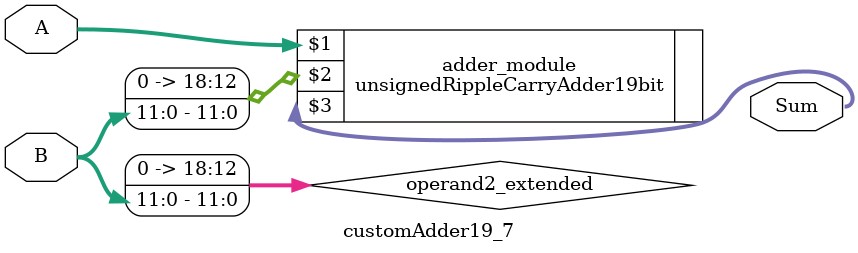
<source format=v>

module customAdder19_7(
                    input [18 : 0] A,
                    input [11 : 0] B,
                    
                    output [19 : 0] Sum
            );

    wire [18 : 0] operand2_extended;
    
    assign operand2_extended =  {7'b0, B};
    
    unsignedRippleCarryAdder19bit adder_module(
        A,
        operand2_extended,
        Sum
    );
    
endmodule
        
</source>
